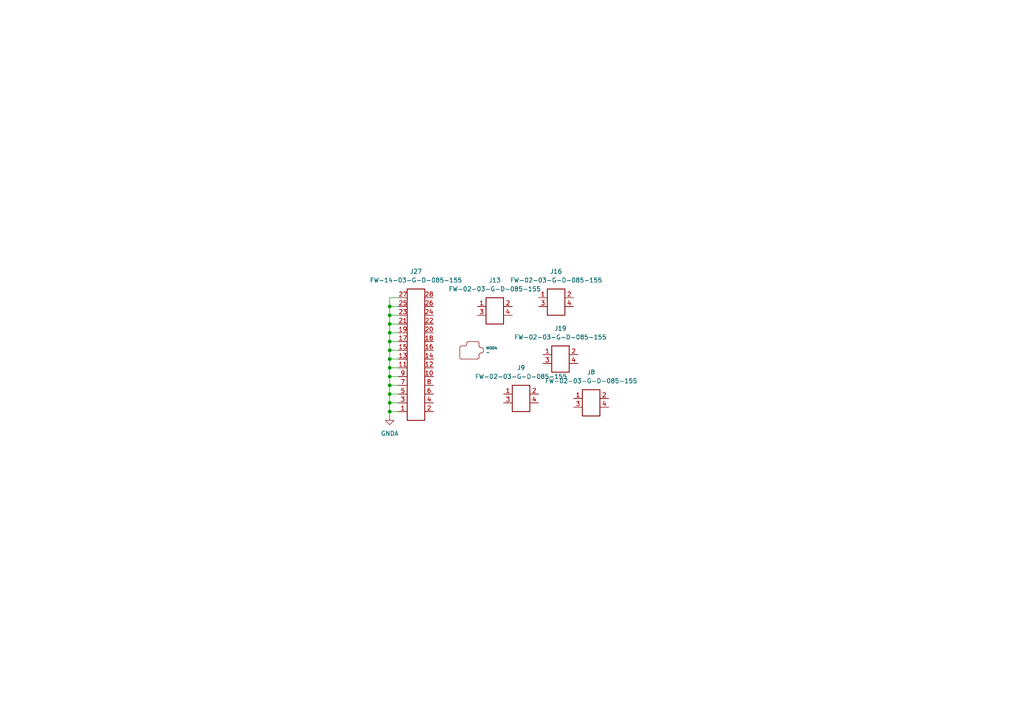
<source format=kicad_sch>
(kicad_sch (version 20250114) (generator "eeschema") (generator_version "9.0")
  (paper "A4")
  (lib_symbols
    (symbol "UNITED_CONNECTORS_DATA_BASE:J_FW-02-03-G-D-085-155" (pin_names (offset 0.254))
      (property "Reference" "J" (at 5.08 5.08 0))
      (property "Value" "FW-02-03-G-D-085-155" (at 5.08 -5.08 0))
      (symbol "J_FW-02-03-G-D-085-155_0_0"
        (pin unspecified line (at -5.08 1.27 0) (length 2.54) (name "") (number "1"))
        (pin unspecified line (at -5.08 -1.27 0) (length 2.54) (name "") (number "3"))
        (pin unspecified line (at 5.08 1.27 180) (length 2.54) (name "") (number "2"))
        (pin unspecified line (at 5.08 -1.27 180) (length 2.54) (name "") (number "4"))
      )
      (symbol "J_FW-02-03-G-D-085-155_1_0"
        (rectangle (start -2.54 3.81) (end 2.54 -3.81) (stroke (width 0.254)))
      )
    )
    (symbol "UNITED_CONNECTORS_DATA_BASE:J_FW-14-03-G-D-085-155" (pin_names (offset 0.254))
      (property "Reference" "J" (at 5.08 20.32 0))
      (property "Value" "FW-14-03-G-D-085-155" (at 5.08 -20.32 0))
      (symbol "J_FW-14-03-G-D-085-155_0_0"
        (pin unspecified line (at -5.08 16.51 0) (length 2.54) (name "") (number "1"))
        (pin unspecified line (at -5.08 13.97 0) (length 2.54) (name "") (number "3"))
        (pin unspecified line (at -5.08 11.43 0) (length 2.54) (name "") (number "5"))
        (pin unspecified line (at -5.08 8.89 0) (length 2.54) (name "") (number "7"))
        (pin unspecified line (at -5.08 6.35 0) (length 2.54) (name "") (number "9"))
        (pin unspecified line (at -5.08 3.81 0) (length 2.54) (name "") (number "11"))
        (pin unspecified line (at -5.08 1.27 0) (length 2.54) (name "") (number "13"))
        (pin unspecified line (at -5.08 -1.27 0) (length 2.54) (name "") (number "15"))
        (pin unspecified line (at -5.08 -3.81 0) (length 2.54) (name "") (number "17"))
        (pin unspecified line (at -5.08 -6.35 0) (length 2.54) (name "") (number "19"))
        (pin unspecified line (at -5.08 -8.89 0) (length 2.54) (name "") (number "21"))
        (pin unspecified line (at -5.08 -11.43 0) (length 2.54) (name "") (number "23"))
        (pin unspecified line (at -5.08 -13.97 0) (length 2.54) (name "") (number "25"))
        (pin unspecified line (at -5.08 -16.51 0) (length 2.54) (name "") (number "27"))
        (pin unspecified line (at 5.08 16.51 180) (length 2.54) (name "") (number "2"))
        (pin unspecified line (at 5.08 13.97 180) (length 2.54) (name "") (number "4"))
        (pin unspecified line (at 5.08 11.43 180) (length 2.54) (name "") (number "6"))
        (pin unspecified line (at 5.08 8.89 180) (length 2.54) (name "") (number "8"))
        (pin unspecified line (at 5.08 6.35 180) (length 2.54) (name "") (number "10"))
        (pin unspecified line (at 5.08 3.81 180) (length 2.54) (name "") (number "12"))
        (pin unspecified line (at 5.08 1.27 180) (length 2.54) (name "") (number "14"))
        (pin unspecified line (at 5.08 -1.27 180) (length 2.54) (name "") (number "16"))
        (pin unspecified line (at 5.08 -3.81 180) (length 2.54) (name "") (number "18"))
        (pin unspecified line (at 5.08 -6.35 180) (length 2.54) (name "") (number "20"))
        (pin unspecified line (at 5.08 -8.89 180) (length 2.54) (name "") (number "22"))
        (pin unspecified line (at 5.08 -11.43 180) (length 2.54) (name "") (number "24"))
        (pin unspecified line (at 5.08 -13.97 180) (length 2.54) (name "") (number "26"))
        (pin unspecified line (at 5.08 -16.51 180) (length 2.54) (name "") (number "28"))
      )
      (symbol "J_FW-14-03-G-D-085-155_1_0"
        (rectangle (start -2.54 19.05) (end 2.54 -19.05) (stroke (width 0.254)))
      )
    )
    (symbol "UNITED_MODULES_DATA_BASE:MINIMAL_ADIN1110"
      (property "Reference" "MOD" (at 2.54 2.54 0))
      (symbol "MINIMAL_ADIN1110_0_1"
        (polyline (pts (xy -3.81 -2.032) (xy -3.81 0.762)))
        (arc (start -3.81 0.762) (mid -3.6612 1.1212) (end -3.302 1.27))
        (arc (start -3.302 -2.54) (mid -3.6612 -2.3912) (end -3.81 -2.032))
        (arc (start -1.778 1.778) (mid -1.9268 1.4188) (end -2.286 1.27))
        (polyline (pts (xy -2.286 1.27) (xy -3.302 1.27)))
        (polyline (pts (xy -1.778 2.032) (xy -1.778 1.778)))
        (polyline (pts (xy -1.27 2.54) (xy 1.27 2.54)))
        (arc (start -1.778 2.032) (mid -1.6292 2.3912) (end -1.27 2.54))
        (arc (start 1.78 -2.034) (mid 1.6299 -2.3913) (end 1.272 -2.542))
        (arc (start 1.27 2.54) (mid 1.6292 2.3912) (end 1.778 2.032))
        (polyline (pts (xy 1.27 -2.54) (xy -3.302 -2.54)))
        (polyline (pts (xy 1.778 2.032) (xy 1.778 1.27)))
        (polyline (pts (xy 1.778 -1.27) (xy 1.778 -2.032)))
        (arc (start 2.286 0.762) (mid 1.9268 0.9108) (end 1.778 1.27))
        (polyline (pts (xy 2.286 0.762) (xy 2.54 0.762)))
        (polyline (pts (xy 2.286 -0.762) (xy 2.54 -0.762)))
        (arc (start 1.778 -1.27) (mid 1.9268 -0.9108) (end 2.286 -0.762))
        (arc (start 3.05 -0.256) (mid 2.8992 -0.6121) (end 2.542 -0.764))
        (arc (start 2.542 0.764) (mid 2.9006 0.6146) (end 3.05 0.256))
        (polyline (pts (xy 3.048 -0.254) (xy 3.048 0.254)))
      )
    )
    (symbol "power:GNDA" (power) (pin_numbers (hide yes)) (pin_names (offset 0) (hide yes))
      (property "Value" "GNDA" (at 0 -3.81 0))
      (symbol "GNDA_0_1"
        (polyline (pts (xy 0 0) (xy 0 -1.27) (xy 1.27 -1.27) (xy 0 -2.54) (xy -1.27 -1.27) (xy 0 -1.27)))
      )
      (symbol "GNDA_1_1"
        (pin power_in line (at 0 0 270) (length 0) (name "~") (number "1"))
      )
    )
  )
  (junction (at 113.03 109.22))
  (junction (at 113.03 104.14))
  (junction (at 113.03 119.38))
  (junction (at 113.03 99.06))
  (junction (at 113.03 93.98))
  (junction (at 113.03 101.6))
  (junction (at 113.03 91.44))
  (junction (at 113.03 116.84))
  (junction (at 113.03 114.3))
  (junction (at 113.03 96.52))
  (junction (at 113.03 111.76))
  (junction (at 113.03 106.68))
  (junction (at 113.03 88.9))
  (wire (pts (xy 115.57 114.3) (xy 113.03 114.3)))
  (wire (pts (xy 113.03 88.9) (xy 113.03 91.44)))
  (wire (pts (xy 115.57 111.76) (xy 113.03 111.76)))
  (wire (pts (xy 113.03 104.14) (xy 113.03 106.68)))
  (wire (pts (xy 113.03 96.52) (xy 113.03 99.06)))
  (wire (pts (xy 115.57 116.84) (xy 113.03 116.84)))
  (wire (pts (xy 113.03 106.68) (xy 113.03 109.22)))
  (wire (pts (xy 113.03 111.76) (xy 113.03 114.3)))
  (wire (pts (xy 115.57 91.44) (xy 113.03 91.44)))
  (wire (pts (xy 113.03 91.44) (xy 113.03 93.98)))
  (wire (pts (xy 115.57 93.98) (xy 113.03 93.98)))
  (wire (pts (xy 113.03 109.22) (xy 113.03 111.76)))
  (wire (pts (xy 115.57 88.9) (xy 113.03 88.9)))
  (wire (pts (xy 113.03 93.98) (xy 113.03 96.52)))
  (wire (pts (xy 115.57 99.06) (xy 113.03 99.06)))
  (wire (pts (xy 115.57 101.6) (xy 113.03 101.6)))
  (wire (pts (xy 113.03 114.3) (xy 113.03 116.84)))
  (wire (pts (xy 115.57 104.14) (xy 113.03 104.14)))
  (wire (pts (xy 115.57 106.68) (xy 113.03 106.68)))
  (wire (pts (xy 115.57 86.36) (xy 113.03 86.36)))
  (wire (pts (xy 113.03 120.65) (xy 113.03 119.38)))
  (wire (pts (xy 113.03 86.36) (xy 113.03 88.9)))
  (wire (pts (xy 115.57 96.52) (xy 113.03 96.52)))
  (wire (pts (xy 113.03 99.06) (xy 113.03 101.6)))
  (wire (pts (xy 113.03 101.6) (xy 113.03 104.14)))
  (wire (pts (xy 113.03 119.38) (xy 115.57 119.38)))
  (wire (pts (xy 115.57 109.22) (xy 113.03 109.22)))
  (wire (pts (xy 113.03 116.84) (xy 113.03 119.38)))
  (symbol (lib_id "UNITED_CONNECTORS_DATA_BASE:J_FW-14-03-G-D-085-155") (at 120.65 102.87 0) (mirror x) (unit 1)
    (property "Reference" "J27" (at 120.65 78.74 0))
    (property "Value" "FW-14-03-G-D-085-155" (at 120.65 81.28 0))
    (property "Footprint" "connector_footprints:FW-14-03-G-D-085-155" (effects (hide yes)))
    (property "Datasheet" "https://suddendocs.samtec.com/catalog_english/fw_sm.pdf?_gl=1*1xtxv9c*_gcl_au*MTM0MTYyNTQ5MS4xNzM2MDk5MTUz*_ga*MTYxNDYyMTQ0Mi4xNzM2MDk5MTUz*_ga_3KFNZC07WW*MTczODE2NTI0NS4zMi4xLjE3MzgxNjU1NjMuNjAuMC4w" (effects (hide yes)))
    (property "Description" "Samtec FW-xx-03-G-D-085-155 series,  14 positions connector,  1.27 mm pitch,  Black,  Vertical mounting,  5.2 A,  300 V,  Surface Mount,  Gold plated" (effects (hide yes)))
    (property "Color" "Black" (effects (hide yes)))
    (property "Contact Plating" "Gold" (effects (hide yes)))
    (property "Current Rating (A)" "5.2" (effects (hide yes)))
    (property "MPN" "FW-14-03-G-D-085-155" (effects (hide yes)))
    (property "Manufacturer" "Samtec" (effects (hide yes)))
    (property "Mounting Angle" "Vertical" (effects (hide yes)))
    (property "Mounting Style" "Surface Mount" (effects (hide yes)))
    (property "Number of Rows" "2" (effects (hide yes)))
    (property "Pin Count" "14" (effects (hide yes)))
    (property "Pitch (mm)" "1.27" (effects (hide yes)))
    (property "Series" "FW-xx-03-G-D-085-155" (effects (hide yes)))
    (property "Symbol Name" "J_FW-14-03-G-D-085-155" (effects (hide yes)))
    (property "Trustedparts Search" "https://www.trustedparts.com/en/search/FW-14-03-G-D-085-155" (effects (hide yes)))
    (property "Voltage Rating (V)" "300" (effects (hide yes)))
  )
  (symbol (lib_id "UNITED_CONNECTORS_DATA_BASE:J_FW-02-03-G-D-085-155") (at 161.29 87.63 0) (unit 1)
    (property "Reference" "J16" (at 161.29 78.74 0))
    (property "Value" "FW-02-03-G-D-085-155" (at 161.29 81.28 0))
    (property "Footprint" "connector_footprints:FW-02-03-G-D-085-155" (effects (hide yes)))
    (property "Datasheet" "https://suddendocs.samtec.com/catalog_english/fw_sm.pdf?_gl=1*1xtxv9c*_gcl_au*MTM0MTYyNTQ5MS4xNzM2MDk5MTUz*_ga*MTYxNDYyMTQ0Mi4xNzM2MDk5MTUz*_ga_3KFNZC07WW*MTczODE2NTI0NS4zMi4xLjE3MzgxNjU1NjMuNjAuMC4w" (effects (hide yes)))
    (property "Description" "Samtec FW-xx-03-G-D-085-155 series,  2 positions connector,  1.27 mm pitch,  Black,  Vertical mounting,  5.2 A,  300 V,  Surface Mount,  Gold plated" (effects (hide yes)))
    (property "Color" "Black" (effects (hide yes)))
    (property "Contact Plating" "Gold" (effects (hide yes)))
    (property "Current Rating (A)" "5.2" (effects (hide yes)))
    (property "MPN" "FW-02-03-G-D-085-155" (effects (hide yes)))
    (property "Manufacturer" "Samtec" (effects (hide yes)))
    (property "Mounting Angle" "Vertical" (effects (hide yes)))
    (property "Mounting Style" "Surface Mount" (effects (hide yes)))
    (property "Number of Rows" "2" (effects (hide yes)))
    (property "Pin Count" "2" (effects (hide yes)))
    (property "Pitch (mm)" "1.27" (effects (hide yes)))
    (property "Series" "FW-xx-03-G-D-085-155" (effects (hide yes)))
    (property "Symbol Name" "J_FW-02-03-G-D-085-155" (effects (hide yes)))
    (property "Trustedparts Search" "https://www.trustedparts.com/en/search/FW-02-03-G-D-085-155" (effects (hide yes)))
    (property "Voltage Rating (V)" "300" (effects (hide yes)))
  )
  (symbol (lib_id "UNITED_CONNECTORS_DATA_BASE:J_FW-02-03-G-D-085-155") (at 143.51 90.17 0) (unit 1)
    (property "Reference" "J13" (at 143.51 81.28 0))
    (property "Value" "FW-02-03-G-D-085-155" (at 143.51 83.82 0))
    (property "Footprint" "connector_footprints:FW-02-03-G-D-085-155" (effects (hide yes)))
    (property "Datasheet" "https://suddendocs.samtec.com/catalog_english/fw_sm.pdf?_gl=1*1xtxv9c*_gcl_au*MTM0MTYyNTQ5MS4xNzM2MDk5MTUz*_ga*MTYxNDYyMTQ0Mi4xNzM2MDk5MTUz*_ga_3KFNZC07WW*MTczODE2NTI0NS4zMi4xLjE3MzgxNjU1NjMuNjAuMC4w" (effects (hide yes)))
    (property "Description" "Samtec FW-xx-03-G-D-085-155 series,  2 positions connector,  1.27 mm pitch,  Black,  Vertical mounting,  5.2 A,  300 V,  Surface Mount,  Gold plated" (effects (hide yes)))
    (property "Color" "Black" (effects (hide yes)))
    (property "Contact Plating" "Gold" (effects (hide yes)))
    (property "Current Rating (A)" "5.2" (effects (hide yes)))
    (property "MPN" "FW-02-03-G-D-085-155" (effects (hide yes)))
    (property "Manufacturer" "Samtec" (effects (hide yes)))
    (property "Mounting Angle" "Vertical" (effects (hide yes)))
    (property "Mounting Style" "Surface Mount" (effects (hide yes)))
    (property "Number of Rows" "2" (effects (hide yes)))
    (property "Pin Count" "2" (effects (hide yes)))
    (property "Pitch (mm)" "1.27" (effects (hide yes)))
    (property "Series" "FW-xx-03-G-D-085-155" (effects (hide yes)))
    (property "Symbol Name" "J_FW-02-03-G-D-085-155" (effects (hide yes)))
    (property "Trustedparts Search" "https://www.trustedparts.com/en/search/FW-02-03-G-D-085-155" (effects (hide yes)))
    (property "Voltage Rating (V)" "300" (effects (hide yes)))
  )
  (symbol (lib_id "UNITED_CONNECTORS_DATA_BASE:J_FW-02-03-G-D-085-155") (at 171.45 116.84 0) (unit 1)
    (property "Reference" "J8" (at 171.45 107.95 0))
    (property "Value" "FW-02-03-G-D-085-155" (at 171.45 110.49 0))
    (property "Footprint" "connector_footprints:FW-02-03-G-D-085-155" (effects (hide yes)))
    (property "Datasheet" "https://suddendocs.samtec.com/catalog_english/fw_sm.pdf?_gl=1*1xtxv9c*_gcl_au*MTM0MTYyNTQ5MS4xNzM2MDk5MTUz*_ga*MTYxNDYyMTQ0Mi4xNzM2MDk5MTUz*_ga_3KFNZC07WW*MTczODE2NTI0NS4zMi4xLjE3MzgxNjU1NjMuNjAuMC4w" (effects (hide yes)))
    (property "Description" "Samtec FW-xx-03-G-D-085-155 series,  2 positions connector,  1.27 mm pitch,  Black,  Vertical mounting,  5.2 A,  300 V,  Surface Mount,  Gold plated" (effects (hide yes)))
    (property "Color" "Black" (effects (hide yes)))
    (property "Contact Plating" "Gold" (effects (hide yes)))
    (property "Current Rating (A)" "5.2" (effects (hide yes)))
    (property "MPN" "FW-02-03-G-D-085-155" (effects (hide yes)))
    (property "Manufacturer" "Samtec" (effects (hide yes)))
    (property "Mounting Angle" "Vertical" (effects (hide yes)))
    (property "Mounting Style" "Surface Mount" (effects (hide yes)))
    (property "Number of Rows" "2" (effects (hide yes)))
    (property "Pin Count" "2" (effects (hide yes)))
    (property "Pitch (mm)" "1.27" (effects (hide yes)))
    (property "Series" "FW-xx-03-G-D-085-155" (effects (hide yes)))
    (property "Symbol Name" "J_FW-02-03-G-D-085-155" (effects (hide yes)))
    (property "Trustedparts Search" "https://www.trustedparts.com/en/search/FW-02-03-G-D-085-155" (effects (hide yes)))
    (property "Voltage Rating (V)" "300" (effects (hide yes)))
  )
  (symbol (lib_id "UNITED_MODULES_DATA_BASE:MINIMAL_ADIN1110") (at 137.16 101.6 0) (unit 1)
    (property "Reference" "MOD4" (at 140.97 100.966 0) (effects (font (size 0.762 0.762)) (justify left)))
    (property "Value" "~" (at 140.97 102.236 0) (effects (justify left)))
    (property "Footprint" "modules_footprints:minimal_adin1110" (effects (hide yes)))
    (property "3dviewer Link" "https://3dviewer.net/index.html#model=https://github.com/ionutms/KiCAD_Symbols_Generator/blob/main/3D_models/minimal_adin1110.wrl" (effects (hide yes)))
  )
  (symbol (lib_id "power:GNDA") (at 113.03 120.65 0) (unit 1)
    (property "Reference" "#PWR011" (effects (hide yes)))
    (property "Value" "GNDA" (at 113.03 125.73 0))
    (property "Description" "Power symbol creates a global label with name \"GNDA\" , analog ground" (effects (hide yes)))
  )
  (symbol (lib_id "UNITED_CONNECTORS_DATA_BASE:J_FW-02-03-G-D-085-155") (at 151.13 115.57 0) (unit 1)
    (property "Reference" "J9" (at 151.13 106.68 0))
    (property "Value" "FW-02-03-G-D-085-155" (at 151.13 109.22 0))
    (property "Footprint" "connector_footprints:FW-02-03-G-D-085-155" (effects (hide yes)))
    (property "Datasheet" "https://suddendocs.samtec.com/catalog_english/fw_sm.pdf?_gl=1*1xtxv9c*_gcl_au*MTM0MTYyNTQ5MS4xNzM2MDk5MTUz*_ga*MTYxNDYyMTQ0Mi4xNzM2MDk5MTUz*_ga_3KFNZC07WW*MTczODE2NTI0NS4zMi4xLjE3MzgxNjU1NjMuNjAuMC4w" (effects (hide yes)))
    (property "Description" "Samtec FW-xx-03-G-D-085-155 series,  2 positions connector,  1.27 mm pitch,  Black,  Vertical mounting,  5.2 A,  300 V,  Surface Mount,  Gold plated" (effects (hide yes)))
    (property "Color" "Black" (effects (hide yes)))
    (property "Contact Plating" "Gold" (effects (hide yes)))
    (property "Current Rating (A)" "5.2" (effects (hide yes)))
    (property "MPN" "FW-02-03-G-D-085-155" (effects (hide yes)))
    (property "Manufacturer" "Samtec" (effects (hide yes)))
    (property "Mounting Angle" "Vertical" (effects (hide yes)))
    (property "Mounting Style" "Surface Mount" (effects (hide yes)))
    (property "Number of Rows" "2" (effects (hide yes)))
    (property "Pin Count" "2" (effects (hide yes)))
    (property "Pitch (mm)" "1.27" (effects (hide yes)))
    (property "Series" "FW-xx-03-G-D-085-155" (effects (hide yes)))
    (property "Symbol Name" "J_FW-02-03-G-D-085-155" (effects (hide yes)))
    (property "Trustedparts Search" "https://www.trustedparts.com/en/search/FW-02-03-G-D-085-155" (effects (hide yes)))
    (property "Voltage Rating (V)" "300" (effects (hide yes)))
  )
  (symbol (lib_id "UNITED_CONNECTORS_DATA_BASE:J_FW-02-03-G-D-085-155") (at 162.56 104.14 0) (unit 1)
    (property "Reference" "J19" (at 162.56 95.25 0))
    (property "Value" "FW-02-03-G-D-085-155" (at 162.56 97.79 0))
    (property "Footprint" "connector_footprints:FW-02-03-G-D-085-155" (effects (hide yes)))
    (property "Datasheet" "https://suddendocs.samtec.com/catalog_english/fw_sm.pdf?_gl=1*1xtxv9c*_gcl_au*MTM0MTYyNTQ5MS4xNzM2MDk5MTUz*_ga*MTYxNDYyMTQ0Mi4xNzM2MDk5MTUz*_ga_3KFNZC07WW*MTczODE2NTI0NS4zMi4xLjE3MzgxNjU1NjMuNjAuMC4w" (effects (hide yes)))
    (property "Description" "Samtec FW-xx-03-G-D-085-155 series,  2 positions connector,  1.27 mm pitch,  Black,  Vertical mounting,  5.2 A,  300 V,  Surface Mount,  Gold plated" (effects (hide yes)))
    (property "Color" "Black" (effects (hide yes)))
    (property "Contact Plating" "Gold" (effects (hide yes)))
    (property "Current Rating (A)" "5.2" (effects (hide yes)))
    (property "MPN" "FW-02-03-G-D-085-155" (effects (hide yes)))
    (property "Manufacturer" "Samtec" (effects (hide yes)))
    (property "Mounting Angle" "Vertical" (effects (hide yes)))
    (property "Mounting Style" "Surface Mount" (effects (hide yes)))
    (property "Number of Rows" "2" (effects (hide yes)))
    (property "Pin Count" "2" (effects (hide yes)))
    (property "Pitch (mm)" "1.27" (effects (hide yes)))
    (property "Series" "FW-xx-03-G-D-085-155" (effects (hide yes)))
    (property "Symbol Name" "J_FW-02-03-G-D-085-155" (effects (hide yes)))
    (property "Trustedparts Search" "https://www.trustedparts.com/en/search/FW-02-03-G-D-085-155" (effects (hide yes)))
    (property "Voltage Rating (V)" "300" (effects (hide yes)))
  )
)
</source>
